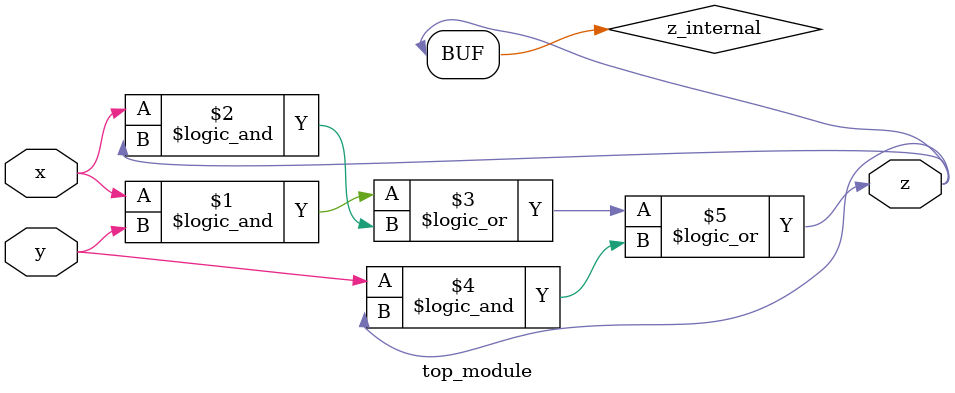
<source format=sv>
module top_module(
	input x,
	input y,
	output z
);

	// internal wire to store the value of z
	wire z_internal;
	
	// assign the value of z_internal based on the conditions
	assign z_internal = (x && y) || (x && z) || (y && z);
	
	// assign the value of z to z_internal
	assign z = z_internal;
	
endmodule

</source>
